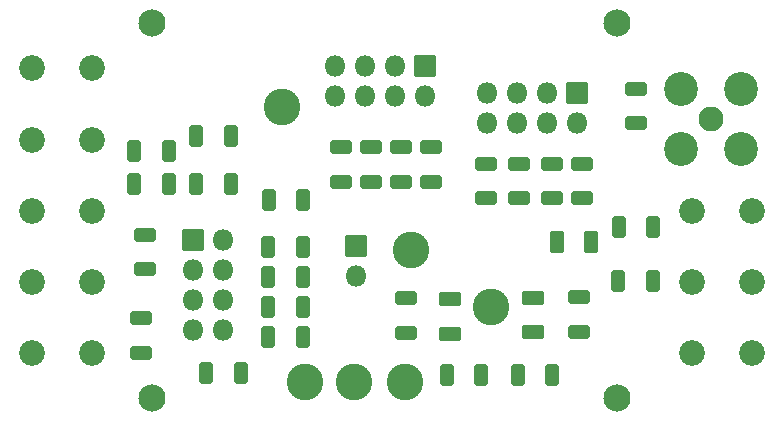
<source format=gbr>
%TF.GenerationSoftware,KiCad,Pcbnew,(6.0.4-0)*%
%TF.CreationDate,2023-08-14T15:40:46-05:00*%
%TF.ProjectId,model_cell,6d6f6465-6c5f-4636-956c-6c2e6b696361,rev?*%
%TF.SameCoordinates,Original*%
%TF.FileFunction,Soldermask,Top*%
%TF.FilePolarity,Negative*%
%FSLAX46Y46*%
G04 Gerber Fmt 4.6, Leading zero omitted, Abs format (unit mm)*
G04 Created by KiCad (PCBNEW (6.0.4-0)) date 2023-08-14 15:40:46*
%MOMM*%
%LPD*%
G01*
G04 APERTURE LIST*
G04 Aperture macros list*
%AMRoundRect*
0 Rectangle with rounded corners*
0 $1 Rounding radius*
0 $2 $3 $4 $5 $6 $7 $8 $9 X,Y pos of 4 corners*
0 Add a 4 corners polygon primitive as box body*
4,1,4,$2,$3,$4,$5,$6,$7,$8,$9,$2,$3,0*
0 Add four circle primitives for the rounded corners*
1,1,$1+$1,$2,$3*
1,1,$1+$1,$4,$5*
1,1,$1+$1,$6,$7*
1,1,$1+$1,$8,$9*
0 Add four rect primitives between the rounded corners*
20,1,$1+$1,$2,$3,$4,$5,0*
20,1,$1+$1,$4,$5,$6,$7,0*
20,1,$1+$1,$6,$7,$8,$9,0*
20,1,$1+$1,$8,$9,$2,$3,0*%
G04 Aperture macros list end*
%ADD10C,2.301600*%
%ADD11RoundRect,0.300800X0.312500X0.625000X-0.312500X0.625000X-0.312500X-0.625000X0.312500X-0.625000X0*%
%ADD12C,2.184400*%
%ADD13RoundRect,0.300800X-0.325000X-0.650000X0.325000X-0.650000X0.325000X0.650000X-0.325000X0.650000X0*%
%ADD14RoundRect,0.300800X-0.312500X-0.625000X0.312500X-0.625000X0.312500X0.625000X-0.312500X0.625000X0*%
%ADD15RoundRect,0.300800X0.650000X-0.325000X0.650000X0.325000X-0.650000X0.325000X-0.650000X-0.325000X0*%
%ADD16RoundRect,0.050800X-0.850000X-0.850000X0.850000X-0.850000X0.850000X0.850000X-0.850000X0.850000X0*%
%ADD17O,1.801600X1.801600*%
%ADD18RoundRect,0.300800X0.625000X-0.312500X0.625000X0.312500X-0.625000X0.312500X-0.625000X-0.312500X0*%
%ADD19C,2.108200*%
%ADD20C,2.870200*%
%ADD21RoundRect,0.300800X-0.625000X0.312500X-0.625000X-0.312500X0.625000X-0.312500X0.625000X0.312500X0*%
%ADD22C,3.101600*%
%ADD23RoundRect,0.050800X-0.850000X0.850000X-0.850000X-0.850000X0.850000X-0.850000X0.850000X0.850000X0*%
%ADD24RoundRect,0.300800X-0.650000X0.325000X-0.650000X-0.325000X0.650000X-0.325000X0.650000X0.325000X0*%
G04 APERTURE END LIST*
D10*
%TO.C,H3*%
X50800000Y35877500D03*
%TD*%
%TO.C,H5*%
X11430000Y4127500D03*
%TD*%
%TO.C,H7*%
X11430000Y35877500D03*
%TD*%
D11*
%TO.C,R51*%
X45353700Y6108700D03*
X42428700Y6108700D03*
%TD*%
D10*
%TO.C,H1*%
X50800000Y4127500D03*
%TD*%
D12*
%TO.C,J9*%
X62230000Y20002500D03*
X57150000Y20002500D03*
%TD*%
D11*
%TO.C,R17*%
X24246700Y11851800D03*
X21321700Y11851800D03*
%TD*%
%TO.C,R18*%
X24246700Y9311800D03*
X21321700Y9311800D03*
%TD*%
D12*
%TO.C,J4*%
X6350000Y32067500D03*
X1270000Y32067500D03*
%TD*%
D13*
%TO.C,C20*%
X45718200Y17335500D03*
X48668200Y17335500D03*
%TD*%
D11*
%TO.C,R15*%
X24246700Y14391800D03*
X21321700Y14391800D03*
%TD*%
D14*
%TO.C,Rsb1*%
X15199900Y26327100D03*
X18124900Y26327100D03*
%TD*%
D15*
%TO.C,Cma1*%
X36677600Y9612100D03*
X36677600Y12562100D03*
%TD*%
D12*
%TO.C,J2*%
X6350000Y7937500D03*
X1270000Y7937500D03*
%TD*%
%TO.C,J8*%
X57150000Y13970000D03*
X62230000Y13970000D03*
%TD*%
D16*
%TO.C,H2*%
X28752800Y17035700D03*
D17*
X28752800Y14495700D03*
%TD*%
D14*
%TO.C,RIa1*%
X15199900Y22263100D03*
X18124900Y22263100D03*
%TD*%
D18*
%TO.C,R14*%
X39725600Y21054600D03*
X39725600Y23979600D03*
%TD*%
D19*
%TO.C,J1*%
X58801000Y27749500D03*
D20*
X56251100Y30299400D03*
X61350900Y30299400D03*
X61350900Y25199600D03*
X56251100Y25199600D03*
%TD*%
D12*
%TO.C,J7*%
X57150000Y7937500D03*
X62230000Y7937500D03*
%TD*%
D14*
%TO.C,R4*%
X9967500Y25082500D03*
X12892500Y25082500D03*
%TD*%
D21*
%TO.C,R2*%
X10515600Y10924000D03*
X10515600Y7999000D03*
%TD*%
D22*
%TO.C,G3*%
X28575000Y5524500D03*
%TD*%
D23*
%TO.C,REJ1*%
X47437200Y29989700D03*
D17*
X47437200Y27449700D03*
X44897200Y29989700D03*
X44897200Y27449700D03*
X42357200Y29989700D03*
X42357200Y27449700D03*
X39817200Y29989700D03*
X39817200Y27449700D03*
%TD*%
D24*
%TO.C,Cmb1*%
X43738800Y12653000D03*
X43738800Y9703000D03*
%TD*%
D14*
%TO.C,R16*%
X50988500Y18605500D03*
X53913500Y18605500D03*
%TD*%
D22*
%TO.C,T4*%
X22453600Y28765500D03*
%TD*%
D18*
%TO.C,R12*%
X45313600Y21054600D03*
X45313600Y23979600D03*
%TD*%
D12*
%TO.C,J6*%
X1270000Y20002500D03*
X6350000Y20002500D03*
%TD*%
D18*
%TO.C,R13*%
X42519600Y21054600D03*
X42519600Y23979600D03*
%TD*%
D23*
%TO.C,RpcJ1*%
X34584800Y32275700D03*
D17*
X34584800Y29735700D03*
X32044800Y32275700D03*
X32044800Y29735700D03*
X29504800Y32275700D03*
X29504800Y29735700D03*
X26964800Y32275700D03*
X26964800Y29735700D03*
%TD*%
D11*
%TO.C,R10*%
X24246700Y16931800D03*
X21321700Y16931800D03*
%TD*%
D21*
%TO.C,Rmb1*%
X47650400Y12691300D03*
X47650400Y9766300D03*
%TD*%
D22*
%TO.C,T3*%
X40182800Y11849100D03*
%TD*%
D21*
%TO.C,R1*%
X52476400Y30329600D03*
X52476400Y27404600D03*
%TD*%
D14*
%TO.C,R5*%
X9967500Y22288500D03*
X12892500Y22288500D03*
%TD*%
%TO.C,R20*%
X21346700Y20942300D03*
X24271700Y20942300D03*
%TD*%
D22*
%TO.C,G5*%
X33426400Y16675100D03*
%TD*%
%TO.C,T1*%
X24384000Y5524500D03*
%TD*%
D21*
%TO.C,R9*%
X27432000Y25402000D03*
X27432000Y22477000D03*
%TD*%
D18*
%TO.C,Rma1*%
X32969200Y9675400D03*
X32969200Y12600400D03*
%TD*%
D21*
%TO.C,R6*%
X35052000Y25402000D03*
X35052000Y22477000D03*
%TD*%
D16*
%TO.C,SRJ1*%
X14930200Y17528700D03*
D17*
X17470200Y17528700D03*
X14930200Y14988700D03*
X17470200Y14988700D03*
X14930200Y12448700D03*
X17470200Y12448700D03*
X14930200Y9908700D03*
X17470200Y9908700D03*
%TD*%
D21*
%TO.C,R8*%
X29972000Y25402000D03*
X29972000Y22477000D03*
%TD*%
D22*
%TO.C,T2*%
X32893000Y5524500D03*
%TD*%
D14*
%TO.C,RI1*%
X50963100Y14084300D03*
X53888100Y14084300D03*
%TD*%
D11*
%TO.C,RI2*%
X18988500Y6311900D03*
X16063500Y6311900D03*
%TD*%
D18*
%TO.C,R11*%
X47853600Y21054600D03*
X47853600Y23979600D03*
%TD*%
D14*
%TO.C,R71*%
X36434300Y6108700D03*
X39359300Y6108700D03*
%TD*%
D18*
%TO.C,R3*%
X10871200Y15060200D03*
X10871200Y17985200D03*
%TD*%
D12*
%TO.C,J5*%
X6350000Y26035000D03*
X1270000Y26035000D03*
%TD*%
D21*
%TO.C,R7*%
X32512000Y25402000D03*
X32512000Y22477000D03*
%TD*%
D12*
%TO.C,J3*%
X1270000Y13970000D03*
X6350000Y13970000D03*
%TD*%
M02*

</source>
